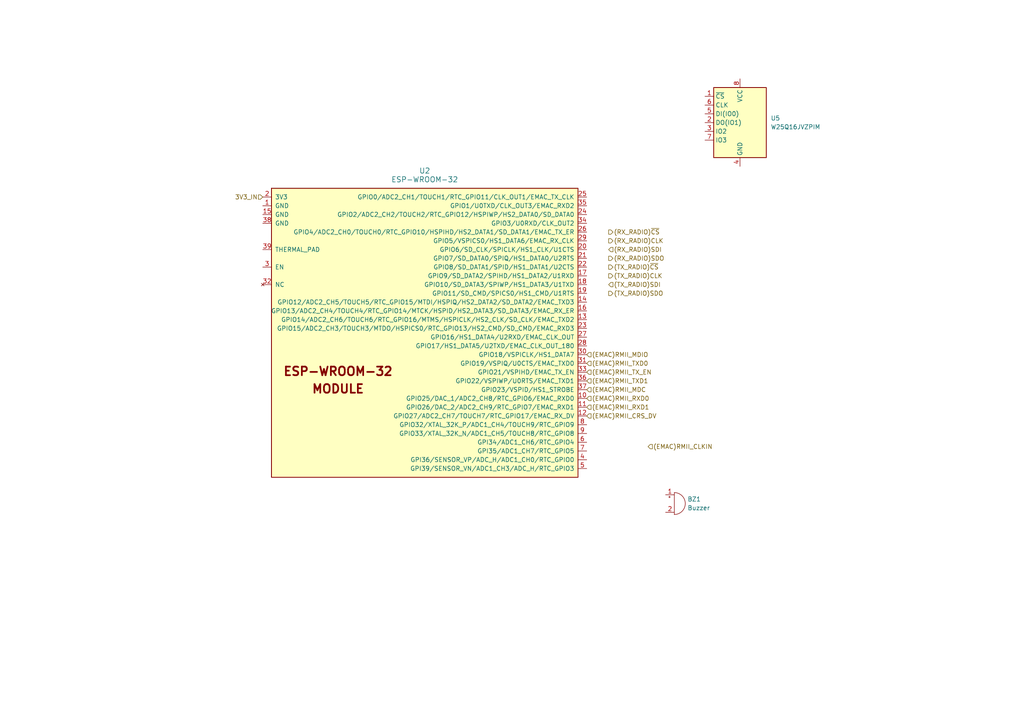
<source format=kicad_sch>
(kicad_sch (version 20231120) (generator "eeschema") (generator_version "8.0")
  (paper "A4")
  (lib_symbols
    (symbol "Device:Buzzer" (pin_names (offset 0.0254) hide)
      (property "Reference" "BZ" (at 3.81 1.27 0))
      (property "Value" "Buzzer" (at 3.81 -1.27 0))
      (symbol "Buzzer_0_1"
        (arc (start 0 -3.175) (mid 3.1612 0) (end 0 3.175))
        (polyline (pts (xy -1.651 1.905) (xy -1.143 1.905)))
        (polyline (pts (xy -1.397 2.159) (xy -1.397 1.651)))
        (polyline (pts (xy 0 3.175) (xy 0 -3.175)))
      )
      (symbol "Buzzer_1_1"
        (pin passive line (at -2.54 2.54 0) (length 2.54) (name "+") (number "1"))
        (pin passive line (at -2.54 -2.54 0) (length 2.54) (name "-") (number "2"))
      )
    )
    (symbol "ESP32-EVB_Rev_K1:ESP-WROOM-32" (pin_names (offset 1.016))
      (property "Reference" "U" (at 0 43.18 0))
      (property "Value" "ESP-WROOM-32" (at 0 -45.72 0))
      (symbol "ESP-WROOM-32_0_0"
        (text "ESP-WROOM-32" (at -23.876 -12.446 0) (effects (font (size 2.4892 2.4892) (bold yes))))
        (text "MODULE" (at -23.876 -17.526 0) (effects (font (size 2.4892 2.4892) (bold yes))))
      )
      (symbol "ESP-WROOM-32_0_1"
        (rectangle (start -43.18 40.64) (end 45.72 -43.18) (stroke (width 0.254)) (fill (type background)))
      )
      (symbol "ESP-WROOM-32_1_1"
        (pin power_in line (at -45.72 35.56 0) (length 2.54) (name "GND") (number "1"))
        (pin bidirectional line (at 48.26 -20.32 180) (length 2.54) (name "GPIO25/DAC_1/ADC2_CH8/RTC_GPIO6/EMAC_RXD0") (number "10"))
        (pin bidirectional line (at 48.26 -22.86 180) (length 2.54) (name "GPIO26/DAC_2/ADC2_CH9/RTC_GPIO7/EMAC_RXD1") (number "11"))
        (pin bidirectional line (at 48.26 -25.4 180) (length 2.54) (name "GPIO27/ADC2_CH7/TOUCH7/RTC_GPIO17/EMAC_RX_DV") (number "12"))
        (pin bidirectional line (at 48.26 2.54 180) (length 2.54) (name "GPIO14/ADC2_CH6/TOUCH6/RTC_GPIO16/MTMS/HSPICLK/HS2_CLK/SD_CLK/EMAC_TXD2") (number "13"))
        (pin bidirectional line (at 48.26 7.62 180) (length 2.54) (name "GPIO12/ADC2_CH5/TOUCH5/RTC_GPIO15/MTDI/HSPIQ/HS2_DATA2/SD_DATA2/EMAC_TXD3") (number "14"))
        (pin power_in line (at -45.72 33.02 0) (length 2.54) (name "GND") (number "15"))
        (pin bidirectional line (at 48.26 5.08 180) (length 2.54) (name "GPIO13/ADC2_CH4/TOUCH4/RTC_GPIO14/MTCK/HSPID/HS2_DATA3/SD_DATA3/EMAC_RX_ER") (number "16"))
        (pin bidirectional line (at 48.26 15.24 180) (length 2.54) (name "GPIO9/SD_DATA2/SPIHD/HS1_DATA2/U1RXD") (number "17"))
        (pin bidirectional line (at 48.26 12.7 180) (length 2.54) (name "GPIO10/SD_DATA3/SPIWP/HS1_DATA3/U1TXD") (number "18"))
        (pin bidirectional line (at 48.26 10.16 180) (length 2.54) (name "GPIO11/SD_CMD/SPICS0/HS1_CMD/U1RTS") (number "19"))
        (pin power_in line (at -45.72 38.1 0) (length 2.54) (name "3V3") (number "2"))
        (pin bidirectional line (at 48.26 22.86 180) (length 2.54) (name "GPIO6/SD_CLK/SPICLK/HS1_CLK/U1CTS") (number "20"))
        (pin bidirectional line (at 48.26 20.32 180) (length 2.54) (name "GPIO7/SD_DATA0/SPIQ/HS1_DATA0/U2RTS") (number "21"))
        (pin bidirectional line (at 48.26 17.78 180) (length 2.54) (name "GPIO8/SD_DATA1/SPID/HS1_DATA1/U2CTS") (number "22"))
        (pin bidirectional line (at 48.26 0 180) (length 2.54) (name "GPIO15/ADC2_CH3/TOUCH3/MTDO/HSPICS0/RTC_GPIO13/HS2_CMD/SD_CMD/EMAC_RXD3") (number "23"))
        (pin bidirectional line (at 48.26 33.02 180) (length 2.54) (name "GPIO2/ADC2_CH2/TOUCH2/RTC_GPIO12/HSPIWP/HS2_DATA0/SD_DATA0") (number "24"))
        (pin bidirectional line (at 48.26 38.1 180) (length 2.54) (name "GPIO0/ADC2_CH1/TOUCH1/RTC_GPIO11/CLK_OUT1/EMAC_TX_CLK") (number "25"))
        (pin bidirectional line (at 48.26 27.94 180) (length 2.54) (name "GPIO4/ADC2_CH0/TOUCH0/RTC_GPIO10/HSPIHD/HS2_DATA1/SD_DATA1/EMAC_TX_ER") (number "26"))
        (pin bidirectional line (at 48.26 -2.54 180) (length 2.54) (name "GPIO16/HS1_DATA4/U2RXD/EMAC_CLK_OUT") (number "27"))
        (pin bidirectional line (at 48.26 -5.08 180) (length 2.54) (name "GPIO17/HS1_DATA5/U2TXD/EMAC_CLK_OUT_180") (number "28"))
        (pin bidirectional line (at 48.26 25.4 180) (length 2.54) (name "GPIO5/VSPICS0/HS1_DATA6/EMAC_RX_CLK") (number "29"))
        (pin input line (at -45.72 17.78 0) (length 2.54) (name "EN") (number "3"))
        (pin bidirectional line (at 48.26 -7.62 180) (length 2.54) (name "GPIO18/VSPICLK/HS1_DATA7") (number "30"))
        (pin bidirectional line (at 48.26 -10.16 180) (length 2.54) (name "GPIO19/VSPIQ/U0CTS/EMAC_TXD0") (number "31"))
        (pin no_connect line (at -45.72 12.7 0) (length 2.54) (name "NC") (number "32"))
        (pin bidirectional line (at 48.26 -12.7 180) (length 2.54) (name "GPIO21/VSPIHD/EMAC_TX_EN") (number "33"))
        (pin bidirectional line (at 48.26 30.48 180) (length 2.54) (name "GPIO3/U0RXD/CLK_OUT2") (number "34"))
        (pin bidirectional line (at 48.26 35.56 180) (length 2.54) (name "GPIO1/U0TXD/CLK_OUT3/EMAC_RXD2") (number "35"))
        (pin bidirectional line (at 48.26 -15.24 180) (length 2.54) (name "GPIO22/VSPIWP/U0RTS/EMAC_TXD1") (number "36"))
        (pin bidirectional line (at 48.26 -17.78 180) (length 2.54) (name "GPIO23/VSPID/HS1_STROBE") (number "37"))
        (pin power_in line (at -45.72 30.48 0) (length 2.54) (name "GND") (number "38"))
        (pin power_in line (at -45.72 22.86 0) (length 2.54) (name "THERMAL_PAD") (number "39"))
        (pin input line (at 48.26 -38.1 180) (length 2.54) (name "GPI36/SENSOR_VP/ADC_H/ADC1_CH0/RTC_GPIO0") (number "4"))
        (pin input line (at 48.26 -40.64 180) (length 2.54) (name "GPI39/SENSOR_VN/ADC1_CH3/ADC_H/RTC_GPIO3") (number "5"))
        (pin input line (at 48.26 -33.02 180) (length 2.54) (name "GPI34/ADC1_CH6/RTC_GPIO4") (number "6"))
        (pin input line (at 48.26 -35.56 180) (length 2.54) (name "GPI35/ADC1_CH7/RTC_GPIO5") (number "7"))
        (pin bidirectional line (at 48.26 -27.94 180) (length 2.54) (name "GPIO32/XTAL_32K_P/ADC1_CH4/TOUCH9/RTC_GPIO9") (number "8"))
        (pin bidirectional line (at 48.26 -30.48 180) (length 2.54) (name "GPIO33/XTAL_32K_N/ADC1_CH5/TOUCH8/RTC_GPIO8") (number "9"))
      )
    )
    (symbol "Memory_Flash:W25Q16JVSS"
      (property "Reference" "U" (at -6.35 11.43 0))
      (property "Value" "W25Q16JVSS" (at 7.62 11.43 0))
      (symbol "W25Q16JVSS_0_1"
        (rectangle (start -7.62 10.16) (end 7.62 -10.16) (stroke (width 0.254)) (fill (type background)))
      )
      (symbol "W25Q16JVSS_1_1"
        (pin input line (at -10.16 7.62 0) (length 2.54) (name "~{CS}") (number "1"))
        (pin bidirectional line (at -10.16 0 0) (length 2.54) (name "DO(IO1)") (number "2"))
        (pin bidirectional line (at -10.16 -2.54 0) (length 2.54) (name "IO2") (number "3"))
        (pin power_in line (at 0 -12.7 90) (length 2.54) (name "GND") (number "4"))
        (pin bidirectional line (at -10.16 2.54 0) (length 2.54) (name "DI(IO0)") (number "5"))
        (pin input line (at -10.16 5.08 0) (length 2.54) (name "CLK") (number "6"))
        (pin bidirectional line (at -10.16 -5.08 0) (length 2.54) (name "IO3") (number "7"))
        (pin power_in line (at 0 12.7 270) (length 2.54) (name "VCC") (number "8"))
      )
    )
  )
  (hierarchical_label "(EMAC)RMII_CLKIN" (shape input) (at 187.96 129.54 0))
  (hierarchical_label "(RX_RADIO)~{CS}" (shape output) (at 176.53 67.31 0))
  (hierarchical_label "(RX_RADIO)SDO" (shape output) (at 176.53 74.93 0))
  (hierarchical_label "(EMAC)RMII_TX_EN" (shape input) (at 170.18 107.95 0))
  (hierarchical_label "(EMAC)RMII_RXD0" (shape input) (at 170.18 115.57 0))
  (hierarchical_label "(EMAC)RMII_MDIO" (shape input) (at 170.18 102.87 0))
  (hierarchical_label "(EMAC)RMII_MDC" (shape input) (at 170.18 113.03 0))
  (hierarchical_label "(EMAC)RMII_TXD1" (shape input) (at 170.18 110.49 0))
  (hierarchical_label "(TX_RADIO)SDI" (shape input) (at 176.53 82.55 0))
  (hierarchical_label "(TX_RADIO)CLK" (shape output) (at 176.53 80.01 0))
  (hierarchical_label "(EMAC)RMII_CRS_DV" (shape input) (at 170.18 120.65 0))
  (hierarchical_label "(RX_RADIO)CLK" (shape output) (at 176.53 69.85 0))
  (hierarchical_label "(TX_RADIO)SDO" (shape output) (at 176.53 85.09 0))
  (hierarchical_label "(EMAC)RMII_RXD1" (shape input) (at 170.18 118.11 0))
  (hierarchical_label "3V3_IN" (shape input) (at 76.2 57.15 180))
  (hierarchical_label "(RX_RADIO)SDI" (shape input) (at 176.53 72.39 0))
  (hierarchical_label "(TX_RADIO)~{CS}" (shape output) (at 176.53 77.47 0))
  (hierarchical_label "(EMAC)RMII_TXD0" (shape input) (at 170.18 105.41 0))
  (symbol (lib_id "Device:Buzzer") (at 195.58 146.05 0) (unit 1)
    (property "Reference" "BZ1" (at 199.39 144.7799 0) (effects (justify left)))
    (property "Value" "Buzzer" (at 199.39 147.3199 0) (effects (justify left)))
    (property "Description" "Buzzer, polarized" (effects (hide yes)))
  )
  (symbol (lib_id "Memory_Flash:W25Q16JVSS") (at 214.63 35.56 0) (unit 1)
    (property "Reference" "U5" (at 223.52 34.2899 0) (effects (justify left)))
    (property "Value" "W25Q16JVZPIM" (at 223.52 36.8299 0) (effects (justify left)))
    (property "Footprint" "Package_SO:SOIC-8_5.23x5.23mm_P1.27mm" (effects (hide yes)))
    (property "Datasheet" "https://www.winbond.com/hq/support/documentation/levelOne.jsp?__locale=en&DocNo=DA00-W25Q16JV.1" (effects (hide yes)))
    (property "Description" "16Mb Serial Flash Memory, Standard/Dual/Quad SPI, SOIC-8" (effects (hide yes)))
  )
  (symbol (lib_id "ESP32-EVB_Rev_K1:ESP-WROOM-32") (at 121.92 95.25 0) (unit 1)
    (property "Reference" "U2" (at 123.19 49.53 0) (effects (font (size 1.524 1.524))))
    (property "Value" "ESP-WROOM-32" (at 123.19 52.07 0) (effects (font (size 1.524 1.524))))
  )
)
</source>
